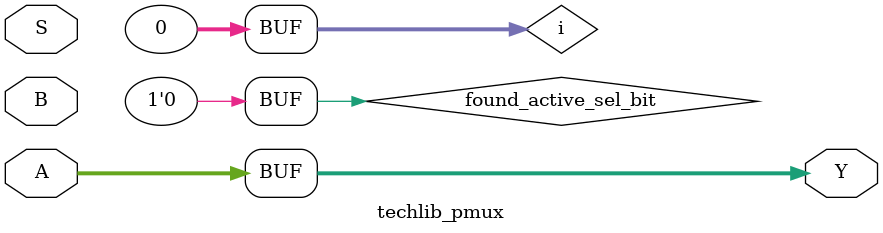
<source format=v>
module techlib_pmux (A, B, S, Y);
parameter WIDTH = 0;
parameter S_WIDTH = 0;
input [WIDTH-1:0] A;
input [WIDTH*S_WIDTH-1:0] B;
input [S_WIDTH-1:0] S;
output reg [WIDTH-1:0] Y;
integer i;
reg found_active_sel_bit;
always @* begin
	Y = A;
	found_active_sel_bit = 0;
	for (i = 0; i < S_WIDTH; i = i+1)
		if (S[i]) begin
			Y = found_active_sel_bit ? 'bx : B >> (WIDTH*i);
			found_active_sel_bit = 1;
		end
end
endmodule
</source>
